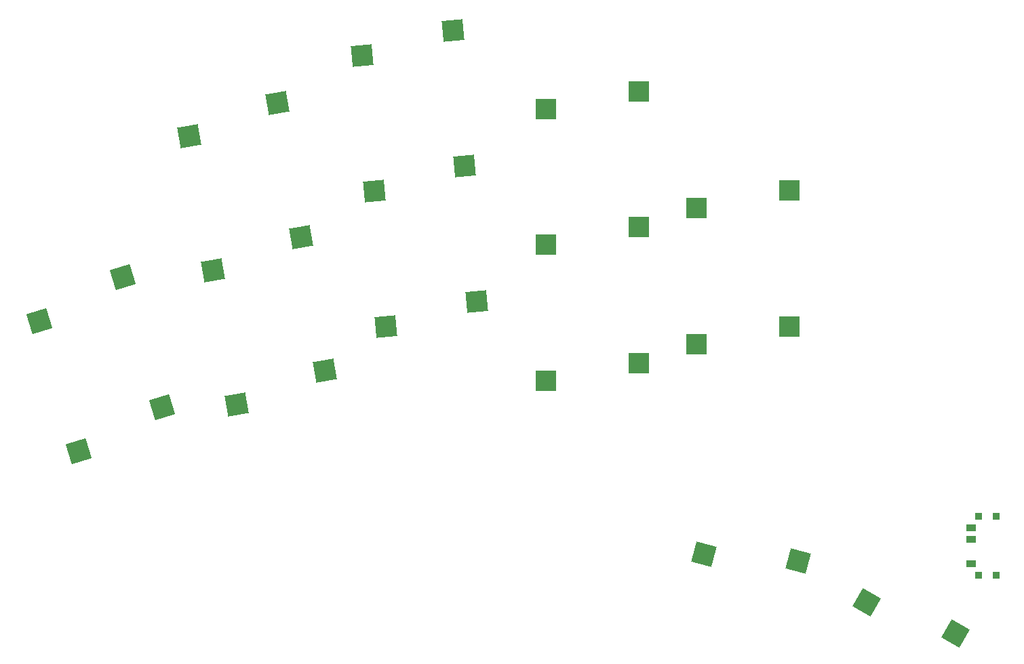
<source format=gtp>
%TF.GenerationSoftware,KiCad,Pcbnew,(6.0.4)*%
%TF.CreationDate,2022-05-14T00:01:53+02:00*%
%TF.ProjectId,battoota,62617474-6f6f-4746-912e-6b696361645f,v1.0.0*%
%TF.SameCoordinates,Original*%
%TF.FileFunction,Paste,Top*%
%TF.FilePolarity,Positive*%
%FSLAX46Y46*%
G04 Gerber Fmt 4.6, Leading zero omitted, Abs format (unit mm)*
G04 Created by KiCad (PCBNEW (6.0.4)) date 2022-05-14 00:01:53*
%MOMM*%
%LPD*%
G01*
G04 APERTURE LIST*
G04 Aperture macros list*
%AMRotRect*
0 Rectangle, with rotation*
0 The origin of the aperture is its center*
0 $1 length*
0 $2 width*
0 $3 Rotation angle, in degrees counterclockwise*
0 Add horizontal line*
21,1,$1,$2,0,0,$3*%
G04 Aperture macros list end*
%ADD10R,0.900000X0.900000*%
%ADD11R,1.250000X0.900000*%
%ADD12RotRect,2.600000X2.600000X10.000000*%
%ADD13RotRect,2.600000X2.600000X5.000000*%
%ADD14R,2.600000X2.600000*%
%ADD15RotRect,2.600000X2.600000X330.000000*%
%ADD16RotRect,2.600000X2.600000X17.000000*%
%ADD17RotRect,2.600000X2.600000X345.000000*%
G04 APERTURE END LIST*
D10*
%TO.C,T1*%
X161142148Y52149495D03*
X163342148Y59549495D03*
X163342148Y52149495D03*
X161142148Y59549495D03*
D11*
X160167148Y53599495D03*
X160167148Y56599495D03*
X160167148Y58099495D03*
%TD*%
D12*
%TO.C,S11*%
X73579149Y111173371D03*
X62586645Y107001157D03*
%TD*%
D13*
%TO.C,S15*%
X96965604Y103326961D03*
X85651298Y100128683D03*
%TD*%
D14*
%TO.C,S21*%
X118686087Y95636017D03*
X107136087Y93436017D03*
%TD*%
%TO.C,S29*%
X137493280Y100228852D03*
X125943280Y98028852D03*
%TD*%
D15*
%TO.C,S33*%
X158239878Y44875564D03*
X147137285Y48745308D03*
%TD*%
D12*
%TO.C,S7*%
X79483187Y77689907D03*
X68490683Y73517693D03*
%TD*%
D16*
%TO.C,S5*%
X54234545Y89377494D03*
X43832443Y83896730D03*
%TD*%
D14*
%TO.C,S27*%
X137493280Y83228852D03*
X125943280Y81028852D03*
%TD*%
D12*
%TO.C,S9*%
X76531168Y94431639D03*
X65538664Y90259425D03*
%TD*%
D13*
%TO.C,S13*%
X98447252Y86391651D03*
X87132946Y83193373D03*
%TD*%
%TO.C,S17*%
X95483957Y120262271D03*
X84169651Y117063993D03*
%TD*%
D17*
%TO.C,S31*%
X138594426Y53938364D03*
X126868581Y54802687D03*
%TD*%
D16*
%TO.C,S3*%
X59204864Y73120313D03*
X48802762Y67639549D03*
%TD*%
D14*
%TO.C,S23*%
X118686087Y112636017D03*
X107136087Y110436017D03*
%TD*%
%TO.C,S19*%
X118686087Y78636017D03*
X107136087Y76436017D03*
%TD*%
M02*

</source>
